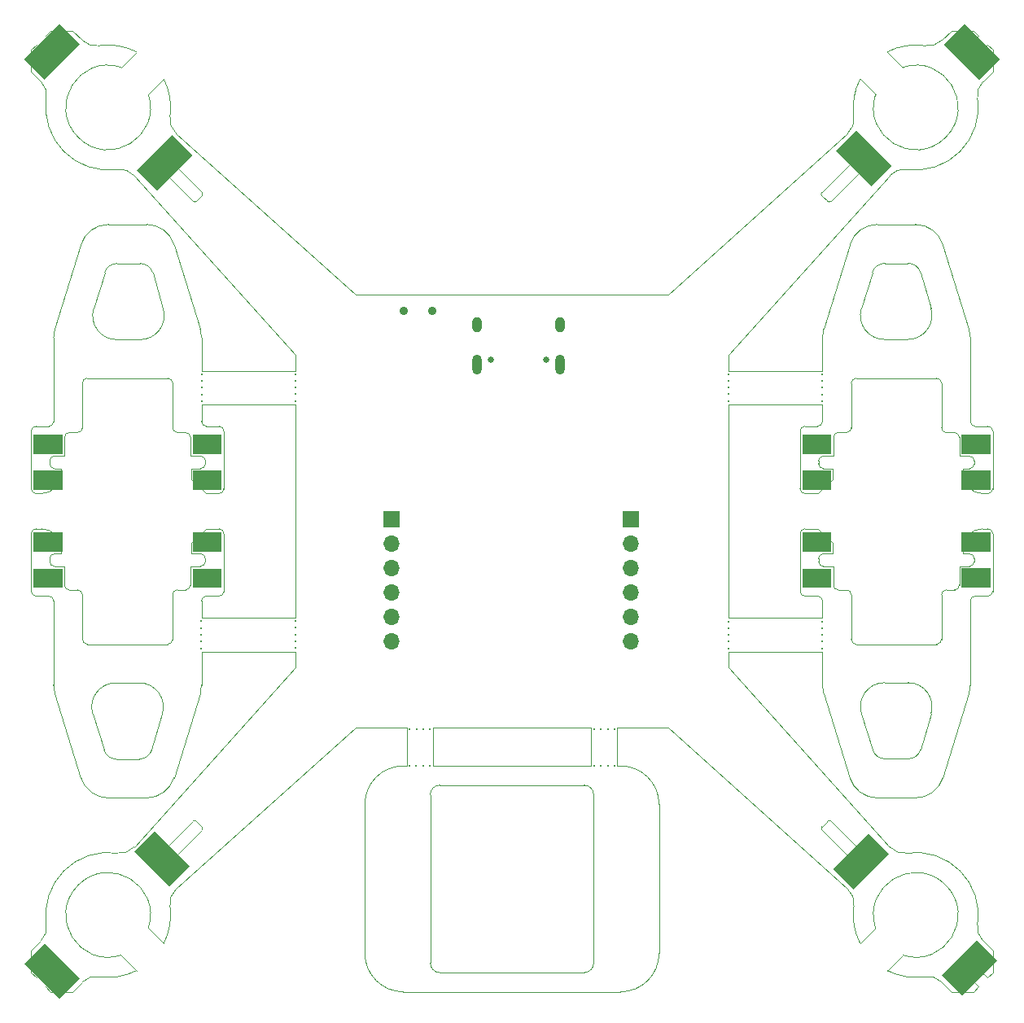
<source format=gbs>
G04 #@! TF.GenerationSoftware,KiCad,Pcbnew,8.99.0-1558-g48f6f837a1*
G04 #@! TF.CreationDate,2024-07-10T16:23:39+03:00*
G04 #@! TF.ProjectId,ESP32 drone,45535033-3220-4647-926f-6e652e6b6963,rev?*
G04 #@! TF.SameCoordinates,Original*
G04 #@! TF.FileFunction,Soldermask,Bot*
G04 #@! TF.FilePolarity,Negative*
%FSLAX46Y46*%
G04 Gerber Fmt 4.6, Leading zero omitted, Abs format (unit mm)*
G04 Created by KiCad (PCBNEW 8.99.0-1558-g48f6f837a1) date 2024-07-10 16:23:39*
%MOMM*%
%LPD*%
G01*
G04 APERTURE LIST*
%ADD10C,0.000000*%
%ADD11C,0.300000*%
%ADD12C,0.650000*%
%ADD13O,1.000000X2.100000*%
%ADD14O,1.000000X1.600000*%
%ADD15C,0.900000*%
%ADD16R,1.700000X1.700000*%
%ADD17O,1.700000X1.700000*%
G04 #@! TA.AperFunction,Profile*
%ADD18C,0.025400*%
G04 #@! TD*
G04 APERTURE END LIST*
D10*
G36*
X164090918Y-84287298D02*
G01*
X161090928Y-84287298D01*
X161090928Y-82287298D01*
X164090918Y-82287298D01*
X164090918Y-84287298D01*
G37*
G36*
X180651718Y-84306348D02*
G01*
X177651728Y-84306348D01*
X177651728Y-82306348D01*
X180651718Y-82306348D01*
X180651718Y-84306348D01*
G37*
G36*
X97673279Y-49515972D02*
G01*
X94008059Y-53179922D01*
X91885889Y-51057752D01*
X95547299Y-47398882D01*
X97673279Y-49515972D01*
G37*
G36*
X181404260Y-133254750D02*
G01*
X177742850Y-136913620D01*
X175616870Y-134796530D01*
X179282090Y-131132580D01*
X181404260Y-133254750D01*
G37*
G36*
X85969538Y-37936868D02*
G01*
X82304318Y-41600818D01*
X80182148Y-39478648D01*
X83843558Y-35819778D01*
X85969538Y-37936868D01*
G37*
G36*
X181615328Y-39483030D02*
G01*
X179498238Y-41609010D01*
X175834288Y-37943790D01*
X177956458Y-35821620D01*
X181615328Y-39483030D01*
G37*
G36*
X100691758Y-90738898D02*
G01*
X97691768Y-90738898D01*
X97691768Y-88738898D01*
X100691758Y-88738898D01*
X100691758Y-90738898D01*
G37*
G36*
X170349433Y-50564485D02*
G01*
X168232343Y-52690465D01*
X164568393Y-49025245D01*
X166690563Y-46903075D01*
X170349433Y-50564485D01*
G37*
G36*
X100691758Y-84287298D02*
G01*
X97691768Y-84287298D01*
X97691768Y-82287298D01*
X100691758Y-82287298D01*
X100691758Y-84287298D01*
G37*
G36*
X170082731Y-122174644D02*
G01*
X166421321Y-125833514D01*
X164295341Y-123716424D01*
X167960561Y-120052474D01*
X170082731Y-122174644D01*
G37*
G36*
X180651718Y-80553498D02*
G01*
X177651728Y-80553498D01*
X177651728Y-78553498D01*
X180651718Y-78553498D01*
X180651718Y-80553498D01*
G37*
G36*
X180651718Y-94466348D02*
G01*
X177651728Y-94466348D01*
X177651728Y-92466348D01*
X180651718Y-92466348D01*
X180651718Y-94466348D01*
G37*
G36*
X180651718Y-90738898D02*
G01*
X177651728Y-90738898D01*
X177651728Y-88738898D01*
X180651718Y-88738898D01*
X180651718Y-90738898D01*
G37*
G36*
X100691758Y-80553498D02*
G01*
X97691768Y-80553498D01*
X97691768Y-78553498D01*
X100691758Y-78553498D01*
X100691758Y-80553498D01*
G37*
G36*
X85983508Y-135096948D02*
G01*
X83861338Y-137219118D01*
X80202468Y-133557708D01*
X82319558Y-131431728D01*
X85983508Y-135096948D01*
G37*
G36*
X84131718Y-84287298D02*
G01*
X81131728Y-84287298D01*
X81131728Y-82287298D01*
X84131718Y-82287298D01*
X84131718Y-84287298D01*
G37*
G36*
X97406265Y-123441959D02*
G01*
X95284095Y-125564129D01*
X91625225Y-121902719D01*
X93742315Y-119776739D01*
X97406265Y-123441959D01*
G37*
G36*
X84131718Y-90738898D02*
G01*
X81131728Y-90738898D01*
X81131728Y-88738898D01*
X84131718Y-88738898D01*
X84131718Y-90738898D01*
G37*
G36*
X84131718Y-80553498D02*
G01*
X81131728Y-80553498D01*
X81131728Y-78553498D01*
X84131718Y-78553498D01*
X84131718Y-80553498D01*
G37*
G36*
X100691758Y-94472698D02*
G01*
X97691768Y-94472698D01*
X97691768Y-92472698D01*
X100691758Y-92472698D01*
X100691758Y-94472698D01*
G37*
G36*
X164090918Y-80553498D02*
G01*
X161090928Y-80553498D01*
X161090928Y-78553498D01*
X164090918Y-78553498D01*
X164090918Y-80553498D01*
G37*
G36*
X84131718Y-94472698D02*
G01*
X81131728Y-94472698D01*
X81131728Y-92472698D01*
X84131718Y-92472698D01*
X84131718Y-94472698D01*
G37*
G36*
X164090918Y-90738898D02*
G01*
X161090928Y-90738898D01*
X161090928Y-88738898D01*
X164090918Y-88738898D01*
X164090918Y-90738898D01*
G37*
G36*
X164090918Y-94472698D02*
G01*
X161090928Y-94472698D01*
X161090928Y-92472698D01*
X164090918Y-92472698D01*
X164090918Y-94472698D01*
G37*
D11*
X153400000Y-98670530D03*
X153400000Y-99373686D03*
X140856842Y-109200000D03*
X108390000Y-99343686D03*
X163190000Y-74366842D03*
X153400000Y-100076842D03*
X163190000Y-73663686D03*
X98600000Y-97964570D03*
X163190000Y-72960530D03*
X139450530Y-113010000D03*
D12*
X134460730Y-70724070D03*
X128680730Y-70724070D03*
D13*
X135890730Y-71254070D03*
D14*
X135890730Y-67074070D03*
D13*
X127250730Y-71254070D03*
D14*
X127250730Y-67074070D03*
D11*
X108340000Y-72244570D03*
X108390000Y-98640530D03*
X163200000Y-97974570D03*
X153400000Y-74336842D03*
X163200000Y-99373686D03*
X121656842Y-109200000D03*
X120953686Y-109200000D03*
X140856842Y-113010000D03*
X98600000Y-98660530D03*
D15*
X122625000Y-65675000D03*
X119625000Y-65675000D03*
D11*
X141560000Y-113010000D03*
X122350000Y-113000000D03*
X98620000Y-74366842D03*
X153400000Y-72930530D03*
X163200000Y-98670530D03*
X121646842Y-113000000D03*
X108390000Y-100750000D03*
X108340000Y-72940530D03*
X98620000Y-72960530D03*
X98620000Y-73663686D03*
X108340000Y-74346842D03*
X98620000Y-72264570D03*
X153400000Y-73633686D03*
X153400000Y-100780000D03*
X153400000Y-97974570D03*
X108390000Y-97944570D03*
X108340000Y-73643686D03*
X163200000Y-100076842D03*
X122360000Y-109200000D03*
X98620000Y-75070000D03*
X120240530Y-113000000D03*
X98600000Y-100770000D03*
X153400000Y-72234570D03*
X120943686Y-113000000D03*
X108390000Y-100046842D03*
D16*
X118358920Y-87313770D03*
D17*
X118358920Y-89853770D03*
X118358920Y-92393770D03*
X118358920Y-94933770D03*
X118358920Y-97473770D03*
X118358920Y-100013770D03*
D11*
X153400000Y-75040000D03*
X98600000Y-99363686D03*
X120250530Y-109200000D03*
X139450530Y-109200000D03*
X98600000Y-100066842D03*
X108340000Y-75050000D03*
X163200000Y-100780000D03*
X140153686Y-113010000D03*
X140153686Y-109200000D03*
X163190000Y-75070000D03*
X141560000Y-109200000D03*
X163190000Y-72264570D03*
D16*
X143302990Y-87341710D03*
D17*
X143302990Y-89881710D03*
X143302990Y-92421710D03*
X143302990Y-94961710D03*
X143302990Y-97501710D03*
X143302990Y-100041710D03*
D18*
X89744997Y-112289635D02*
G75*
G02*
X88445021Y-111346061I-19997J1339735D01*
G01*
X95102180Y-72673720D02*
G75*
G02*
X95602080Y-73173590I20J-499880D01*
G01*
X81961740Y-88343230D02*
G75*
G02*
X83961670Y-90343230I-40J-1999970D01*
G01*
X83961740Y-82673700D02*
X83961740Y-82073750D01*
X108397550Y-97616520D02*
X98602300Y-97616520D01*
X177433230Y-94193360D02*
G75*
G02*
X176933360Y-94693230I-499830J-40D01*
G01*
X97461580Y-92243400D02*
X97461580Y-94193360D01*
X81437740Y-37968170D02*
X80897480Y-38508430D01*
X83961740Y-90943430D02*
X83961740Y-90343230D01*
X97461580Y-78823570D02*
X97461580Y-80773780D01*
X167531290Y-50441860D02*
G75*
G02*
X167549544Y-50794377I-168190J-185440D01*
G01*
X82470500Y-129480560D02*
G75*
G02*
X89824572Y-122074857I6427000J972060D01*
G01*
X163283400Y-82073750D02*
G75*
G02*
X162783250Y-81573620I0J500150D01*
G01*
X146197580Y-132508500D02*
G75*
G02*
X142197590Y-136508480I-3999980J0D01*
G01*
X82811620Y-91743280D02*
X82811620Y-91443300D01*
X98602300Y-104580940D02*
X98602300Y-101116380D01*
X164070152Y-54276373D02*
G75*
G02*
X163717410Y-54258021I-167152J186373D01*
G01*
X162733230Y-84673690D02*
X164233360Y-83173570D01*
X96102170Y-78323690D02*
G75*
G02*
X95602110Y-77823570I30J500090D01*
G01*
X98467930Y-67549010D02*
G75*
G02*
X98602064Y-68435980I-2865630J-886990D01*
G01*
X98665118Y-53335878D02*
G75*
G02*
X98646740Y-53688591I-186418J-167122D01*
G01*
X176602900Y-136508490D02*
X178897540Y-136508490D01*
X180397410Y-88343230D02*
G75*
G02*
X180897570Y-88843360I-10J-500170D01*
G01*
X100425760Y-77673710D02*
X99102170Y-77673710D01*
X95183460Y-123160540D02*
G75*
G02*
X94830706Y-123142199I-167160J186440D01*
G01*
X94263720Y-122575070D02*
X94830727Y-123142180D01*
X179833270Y-84673690D02*
G75*
G02*
X177833310Y-82673700I30J1999990D01*
G01*
X81397610Y-95343220D02*
G75*
G02*
X80897680Y-94843350I-10J499920D01*
G01*
X178264570Y-134794750D02*
G75*
G02*
X178273645Y-134433005I176830J176550D01*
G01*
X153397460Y-101116380D02*
X163192720Y-101116380D01*
X83311500Y-90943430D02*
X83961740Y-90943430D01*
X81397610Y-84673690D02*
X81961740Y-84673690D01*
X108397550Y-101116380D02*
X108397550Y-102768910D01*
X82720950Y-95343220D02*
G75*
G02*
X83220980Y-95843340I-50J-500080D01*
G01*
X99011740Y-91443300D02*
X99011740Y-91743280D01*
X166692840Y-100343210D02*
G75*
G02*
X166192890Y-99843340I-40J499910D01*
G01*
X84361530Y-92243400D02*
X83311500Y-92243400D01*
X139397490Y-133508500D02*
G75*
G02*
X138397490Y-134508490I-999990J0D01*
G01*
X88932770Y-116340890D02*
G75*
G02*
X86066922Y-114227850I30J2999990D01*
G01*
X123397520Y-134508490D02*
G75*
G02*
X122397510Y-133508500I-20J999990D01*
G01*
X172862240Y-56676040D02*
X168904420Y-56676040D01*
X160869130Y-88843360D02*
X160869130Y-94843350D01*
X178573940Y-77173580D02*
X178573940Y-68435980D01*
X98602300Y-75400410D02*
X108397550Y-75400410D01*
X171974260Y-122074430D02*
G75*
G02*
X170202729Y-121433197I-285260J1979630D01*
G01*
X100925890Y-94843350D02*
G75*
G02*
X100425760Y-95343390I-500090J50D01*
G01*
X141847570Y-109008420D02*
X147157950Y-109008420D01*
X95602300Y-95193360D02*
G75*
G02*
X96102170Y-94693500I499900J-40D01*
G01*
X174470000Y-65400000D02*
G75*
G02*
X172081948Y-68639217I-2388100J-739300D01*
G01*
X172081952Y-60719530D02*
G75*
G02*
X173381999Y-61663082I20048J-1339770D01*
G01*
X175573950Y-73173590D02*
X175573950Y-77823570D01*
X82357220Y-37048950D02*
X83530440Y-38222170D01*
X95602300Y-73173590D02*
X95602300Y-77823570D01*
X83355180Y-105467910D02*
G75*
G02*
X83221048Y-104580940I2865820J887010D01*
G01*
X139397490Y-116008400D02*
X139397490Y-133508500D01*
X173392929Y-111321817D02*
G75*
G02*
X172092933Y-112265400I-1280029J396217D01*
G01*
X95102180Y-100343210D02*
X86720940Y-100343210D01*
X178483260Y-80773780D02*
G75*
G02*
X178983220Y-81273650I40J-499920D01*
G01*
X86203290Y-37519610D02*
X85192110Y-36508440D01*
X86221070Y-99843340D02*
X86221070Y-95193360D01*
X100425760Y-77673710D02*
G75*
G02*
X100925690Y-78173580I40J-499890D01*
G01*
X179833270Y-84673690D02*
X180397410Y-84673690D01*
X86720940Y-72673720D02*
X95102180Y-72673720D01*
X166692840Y-72673720D02*
X175073820Y-72673720D01*
X85720940Y-94693230D02*
G75*
G02*
X86221070Y-95193360I-40J-500170D01*
G01*
X89780000Y-68659870D02*
G75*
G02*
X87391948Y-65420705I0J2499870D01*
G01*
X108397550Y-75400410D02*
X108397550Y-97616520D01*
X98602300Y-101116380D02*
X108397550Y-101116380D01*
X86221070Y-77823570D02*
X86221070Y-73173590D01*
X87925410Y-38081460D02*
G75*
G02*
X91858619Y-38722012I972090J-6426940D01*
G01*
X83221070Y-77173580D02*
G75*
G02*
X82720950Y-77673770I-500170J-20D01*
G01*
X167531290Y-50441860D02*
G75*
G02*
X166964112Y-49874679I5365910J5933060D01*
G01*
X89839997Y-60740235D02*
X92230004Y-60740235D01*
X180357020Y-135048750D02*
X180897530Y-134508490D01*
X89820750Y-50942490D02*
G75*
G02*
X91592293Y-51583711I285250J-1979710D01*
G01*
X84361530Y-80773780D02*
X84361530Y-78823570D01*
X177833280Y-90343230D02*
X177833280Y-90943430D01*
X153397460Y-75400410D02*
X163192720Y-75400410D01*
X99011740Y-81573620D02*
G75*
G02*
X98511620Y-82073740I-500140J20D01*
G01*
X108397550Y-102768910D02*
X91592150Y-121433080D01*
X97461580Y-94193360D02*
G75*
G02*
X96961710Y-94693280I-499880J-40D01*
G01*
X178573940Y-104580940D02*
X178573940Y-95843340D01*
X98511620Y-92243400D02*
X97461580Y-92243400D01*
X163192720Y-68435980D02*
G75*
G02*
X163326843Y-67549014I2999980J-20D01*
G01*
X95183510Y-123160585D02*
X98661496Y-119677256D01*
X163192720Y-97616520D02*
X153397460Y-97616520D01*
X82471520Y-129485900D02*
G75*
G02*
X81908689Y-131202719I-1977120J-302500D01*
G01*
X91592150Y-121433080D02*
G75*
G02*
X89820779Y-122074233I-1486150J1338380D01*
G01*
X141847570Y-113008410D02*
X141847570Y-109008420D01*
X122397520Y-116008400D02*
G75*
G02*
X123397520Y-115008420I999980J0D01*
G01*
X179183800Y-133875530D02*
X180357020Y-135048750D01*
X84361530Y-78823570D02*
G75*
G02*
X84861660Y-78323430I500170J-30D01*
G01*
X83530440Y-134795010D02*
X82357220Y-135968230D01*
X99061530Y-84673690D02*
X100425760Y-84673690D01*
X82811620Y-81273650D02*
G75*
G02*
X83311500Y-80773720I499880J50D01*
G01*
X168391949Y-61663098D02*
G75*
G02*
X169691944Y-60719580I1279951J-396202D01*
G01*
X85720940Y-94693230D02*
X84861660Y-94693230D01*
X94618052Y-65420705D02*
X93530000Y-61683803D01*
X164233360Y-89843360D02*
X162733230Y-88343230D01*
X164233360Y-82073750D02*
X163283400Y-82073750D01*
X98511620Y-82073750D02*
X97561660Y-82073750D01*
X82811620Y-81573620D02*
X82811620Y-81273650D01*
X98643256Y-119324741D02*
X98076249Y-118757631D01*
X179437800Y-135968230D02*
X178264570Y-134795010D01*
X82720950Y-77673710D02*
X81397610Y-77673710D01*
X168711880Y-43151300D02*
X167110160Y-41549570D01*
X80897480Y-78173580D02*
G75*
G02*
X81397610Y-77673480I500120J-20D01*
G01*
X163192720Y-75400410D02*
X163192720Y-77173580D01*
X162783270Y-91743280D02*
X162783270Y-91443300D01*
X180897530Y-134508490D02*
X180897530Y-132213860D01*
X169691945Y-60719530D02*
X172081952Y-60719530D01*
X166192710Y-99843340D02*
X166192710Y-95193360D01*
X122647460Y-109008420D02*
X122647460Y-113008410D01*
X165822130Y-125813820D02*
G75*
G02*
X166463325Y-127585197I-1338330J-1486180D01*
G01*
X164333430Y-80773780D02*
X164333430Y-78823570D01*
X176933360Y-78323690D02*
G75*
G02*
X177433310Y-78823570I40J-499910D01*
G01*
X179886360Y-131202680D02*
G75*
G02*
X179323542Y-129485906I1414240J1414280D01*
G01*
X94684850Y-41549570D02*
X93082880Y-43151300D01*
X170202860Y-121433080D02*
X153397460Y-102768910D01*
X178983390Y-81573620D02*
G75*
G02*
X178483260Y-82073690I-500090J20D01*
G01*
X80897480Y-88843360D02*
X80897480Y-94843350D01*
X166192710Y-77823570D02*
X166192710Y-73173590D01*
X97561660Y-83173570D02*
X99061530Y-84673690D01*
X119947440Y-109008420D02*
X119947440Y-113008410D01*
X171540430Y-132693920D02*
X169938450Y-134295900D01*
X94830900Y-49874680D02*
G75*
G02*
X94267926Y-50436653I-5925200J5372780D01*
G01*
X81961740Y-88343230D02*
X81397610Y-88343230D01*
X146197580Y-132508500D02*
X146197580Y-117008400D01*
X165692840Y-94693230D02*
X164833300Y-94693230D01*
X179437800Y-37048950D02*
X178897540Y-36508440D01*
X162692850Y-95343220D02*
G75*
G02*
X163192880Y-95843340I-50J-500080D01*
G01*
X167110162Y-131467609D02*
G75*
G02*
X166463985Y-127581411I5787338J2959109D01*
G01*
X87920070Y-38082470D02*
G75*
G02*
X86203265Y-37519635I-302470J1977170D01*
G01*
X161369250Y-84673690D02*
X162733230Y-84673690D01*
X98511620Y-90943430D02*
G75*
G02*
X99011470Y-91443300I-20J-499870D01*
G01*
X99102170Y-95343220D02*
X100425760Y-95343220D01*
X99011740Y-91743280D02*
G75*
G02*
X98511620Y-92243440I-500140J-20D01*
G01*
X85192110Y-36508440D02*
X82897480Y-36508440D01*
X165822130Y-47203110D02*
X147157950Y-64008510D01*
X87296948Y-107609165D02*
X88445001Y-111346067D01*
X177433230Y-92243400D02*
X177433230Y-94193360D01*
X142197590Y-113008410D02*
G75*
G02*
X146197590Y-117008400I10J-3999990D01*
G01*
X166038790Y-58789060D02*
G75*
G02*
X168904420Y-56676269I2865610J-886940D01*
G01*
X168904420Y-116340890D02*
X172862240Y-116340890D01*
X163192720Y-68435980D02*
X163192720Y-71900540D01*
X82897480Y-36508440D02*
X82357220Y-37048950D01*
X93082110Y-43148760D02*
G75*
G02*
X90249788Y-40321395I-4184650J-1359660D01*
G01*
X81908650Y-131202680D02*
X80897480Y-132213860D01*
X88540001Y-61683803D02*
G75*
G02*
X89839997Y-60740235I1279999J-396197D01*
G01*
X80897480Y-78173580D02*
X80897480Y-84173570D01*
X167549640Y-122222455D02*
X164066311Y-118744469D01*
X87391948Y-65420705D02*
X88540001Y-61683803D01*
X84361530Y-94193360D02*
X84361530Y-92243400D01*
X166192710Y-77823570D02*
G75*
G02*
X165692840Y-78323510I-499910J-30D01*
G01*
X163192720Y-101116380D02*
X163192720Y-104580940D01*
X175573950Y-95193360D02*
X175573950Y-99843340D01*
X123247410Y-64008510D02*
X138547610Y-64008510D01*
X153397460Y-71900540D02*
X153397460Y-70248020D01*
X88932770Y-116340890D02*
X92890340Y-116340890D01*
X167549330Y-122222510D02*
G75*
G02*
X167531050Y-122575055I-186230J-167090D01*
G01*
X171981630Y-122073420D02*
G75*
G02*
X179322745Y-129491742I915970J-6435080D01*
G01*
X83355180Y-105467910D02*
X86066890Y-114228120D01*
X95972890Y-125813820D02*
X114637060Y-109008420D01*
X83961740Y-82673700D02*
G75*
G02*
X81961740Y-84673740I-2000040J0D01*
G01*
X83311500Y-82073750D02*
G75*
G02*
X82811350Y-81573620I0J500150D01*
G01*
X94830900Y-49874680D02*
G75*
G02*
X95183388Y-49856470I185400J-168120D01*
G01*
X162783270Y-81273650D02*
G75*
G02*
X163283400Y-80773570I500130J-50D01*
G01*
X177833280Y-90343230D02*
G75*
G02*
X179833270Y-88343180I2000020J30D01*
G01*
X178573940Y-104580940D02*
G75*
G02*
X178439814Y-105467905I-3000040J40D01*
G01*
X92890340Y-56676040D02*
X88932770Y-56676040D01*
X84861660Y-94693230D02*
G75*
G02*
X84361870Y-94193360I40J499830D01*
G01*
X122647460Y-113008410D02*
X139147550Y-113008410D01*
X81397610Y-84673690D02*
G75*
G02*
X80897510Y-84173570I-10J500090D01*
G01*
X97561660Y-90943430D02*
X98511620Y-90943430D01*
X169702926Y-112265385D02*
X172092933Y-112265385D01*
X81397610Y-95343220D02*
X82720950Y-95343220D01*
X119597430Y-136508490D02*
X142197590Y-136508490D01*
X178983390Y-91443300D02*
X178983390Y-91743280D01*
X163283400Y-90943430D02*
X164233360Y-90943430D01*
X177433230Y-80773780D02*
X178483260Y-80773780D01*
X167243896Y-65400000D02*
X168391949Y-61663098D01*
X177833280Y-90943430D02*
X178483260Y-90943430D01*
X83221070Y-95843340D02*
X83221070Y-104580940D01*
X98602300Y-71900540D02*
X98602300Y-68435980D01*
X90254590Y-40323010D02*
X91856560Y-38721030D01*
X160869130Y-88843360D02*
G75*
G02*
X161369250Y-88343230I500170J-40D01*
G01*
X180897530Y-94843350D02*
G75*
G02*
X180397410Y-95343430I-500130J50D01*
G01*
X98643256Y-119324741D02*
G75*
G02*
X98661521Y-119677278I-168256J-185459D01*
G01*
X171537890Y-40323770D02*
G75*
G02*
X168710544Y-43156180I1359710J-4184630D01*
G01*
X82971140Y-39134800D02*
G75*
G02*
X83523847Y-38582097I5926260J-5373600D01*
G01*
X138397490Y-115008410D02*
G75*
G02*
X139397490Y-116008400I10J-999990D01*
G01*
X83526630Y-38218110D02*
G75*
G02*
X83521602Y-38584177I-173130J-180690D01*
G01*
X163151814Y-53692484D02*
X163718821Y-54259594D01*
X108397550Y-70248020D02*
X108397550Y-71900540D01*
X83311500Y-80773780D02*
X84361530Y-80773780D01*
X166964110Y-123142250D02*
G75*
G02*
X166611620Y-123160474I-185410J168150D01*
G01*
X178983390Y-91743280D02*
G75*
G02*
X178483260Y-92243390I-500090J-20D01*
G01*
X178983390Y-81273650D02*
X178983390Y-81573620D01*
X163713796Y-118762709D02*
G75*
G02*
X164066285Y-118744498I185404J-168191D01*
G01*
X80897480Y-40803070D02*
X81908650Y-41814240D01*
X83523840Y-134434830D02*
G75*
G02*
X82971137Y-133882134I5373660J5926430D01*
G01*
X178573940Y-95843340D02*
G75*
G02*
X179073810Y-95343440I499860J40D01*
G01*
X163151814Y-53692484D02*
G75*
G02*
X163133624Y-53340014I168186J185384D01*
G01*
X92135000Y-104370000D02*
X89685000Y-104370000D01*
X179886360Y-41814240D02*
X180897530Y-40803070D01*
X97561660Y-82073750D02*
X97561660Y-83173570D01*
X97461580Y-80773780D02*
X98511620Y-80773780D01*
X95756230Y-114227860D02*
G75*
G02*
X92890340Y-116340942I-2865930J886960D01*
G01*
X94245430Y-50794410D02*
G75*
G02*
X94263687Y-50441824I186470J167110D01*
G01*
X179073810Y-77673710D02*
G75*
G02*
X178573690Y-77173580I-10J500110D01*
G01*
X100925890Y-84173570D02*
G75*
G02*
X100425760Y-84673690I-500090J-30D01*
G01*
X83311500Y-92243400D02*
G75*
G02*
X82811400Y-91743280I0J500100D01*
G01*
X180897530Y-84173570D02*
G75*
G02*
X180397410Y-84673730I-500130J-30D01*
G01*
X170202860Y-51583840D02*
G75*
G02*
X171974231Y-50942689I1486140J-1338360D01*
G01*
X114637060Y-64008510D02*
X95972890Y-47203110D01*
X178264570Y-38222170D02*
X179437800Y-37048950D01*
X162783270Y-91443300D02*
G75*
G02*
X163283400Y-90943170I500130J0D01*
G01*
X83961740Y-82073750D02*
X83311500Y-82073750D01*
X178271155Y-38582107D02*
G75*
G02*
X178821809Y-39132547I-5373455J-5926193D01*
G01*
X176073820Y-78323690D02*
X176933360Y-78323690D01*
X169702926Y-112265385D02*
G75*
G02*
X168402889Y-111321830I-20026J1339785D01*
G01*
X122397520Y-133508500D02*
X122397520Y-116008400D01*
X97724918Y-118740852D02*
G75*
G02*
X98077690Y-118759177I167182J-186348D01*
G01*
X161369250Y-95343220D02*
X162692850Y-95343220D01*
X163283400Y-92243400D02*
G75*
G02*
X162783300Y-91743280I0J500100D01*
G01*
X98602300Y-97616520D02*
X98602300Y-95843340D01*
X98602300Y-77173580D02*
X98602300Y-75400410D01*
X95331540Y-127585220D02*
G75*
G02*
X95972790Y-125813708I1979660J285220D01*
G01*
X178273460Y-38584120D02*
G75*
G02*
X178264661Y-38222261I167940J185120D01*
G01*
X169938450Y-38721030D02*
X171540430Y-40323010D01*
X178483260Y-90943430D02*
G75*
G02*
X178983170Y-91443300I40J-499870D01*
G01*
X164333430Y-78823570D02*
G75*
G02*
X164833300Y-78323730I499870J-30D01*
G01*
X92135000Y-104370000D02*
G75*
G02*
X94523089Y-107609177I0J-2499900D01*
G01*
X163129907Y-119681047D02*
G75*
G02*
X163148263Y-119328309I186393J167147D01*
G01*
X175073820Y-100343210D02*
X166692840Y-100343210D01*
X177433230Y-78823570D02*
X177433230Y-80773780D01*
X180397410Y-77673710D02*
X179073810Y-77673710D01*
X115597440Y-117008400D02*
G75*
G02*
X119597430Y-113008440I3999960J0D01*
G01*
X153397460Y-97616520D02*
X153397460Y-75400410D01*
X178821850Y-133884420D02*
G75*
G02*
X179183741Y-133875589I185150J-167880D01*
G01*
X98602300Y-104580940D02*
G75*
G02*
X98468150Y-105467977I-3000000J40D01*
G01*
X86221070Y-73173590D02*
G75*
G02*
X86720940Y-72673770I499830J-10D01*
G01*
X164833300Y-94693230D02*
G75*
G02*
X164333470Y-94193360I0J499830D01*
G01*
X82611220Y-133875530D02*
G75*
G02*
X82972888Y-133884675I176480J-176770D01*
G01*
X147157950Y-109008420D02*
X165822130Y-125813820D01*
X161369250Y-84673690D02*
G75*
G02*
X160869210Y-84173570I50J500090D01*
G01*
X98081229Y-54254216D02*
G75*
G02*
X97728718Y-54272451I-185429J168216D01*
G01*
X86066890Y-58789060D02*
G75*
G02*
X88932770Y-56676194I2865910J-887240D01*
G01*
X100425760Y-88343230D02*
X99061530Y-88343230D01*
X164233360Y-83173570D02*
X164233360Y-82073750D01*
X167254877Y-107584915D02*
X168402930Y-111321817D01*
X92230000Y-68659870D02*
X89780000Y-68659870D01*
X93082880Y-129865630D02*
X94684850Y-131467610D01*
X175573950Y-95193360D02*
G75*
G02*
X176073820Y-94693550I499850J-40D01*
G01*
X165692840Y-94693230D02*
G75*
G02*
X166192970Y-95193360I-40J-500170D01*
G01*
X163192720Y-77173580D02*
G75*
G02*
X162692850Y-77673520I-499920J-20D01*
G01*
X86203290Y-135497320D02*
G75*
G02*
X87920065Y-134934487I1414310J-1414280D01*
G01*
X166611560Y-49856640D02*
X163133574Y-53339969D01*
X91856560Y-134295900D02*
X90254590Y-132693920D01*
X94618052Y-65420705D02*
G75*
G02*
X92230000Y-68659870I-2388052J-739295D01*
G01*
X97724918Y-118740852D02*
X94245480Y-122222555D01*
X179324510Y-43536620D02*
G75*
G02*
X171970446Y-50942014I-6427010J-971780D01*
G01*
X95331540Y-127585220D02*
G75*
G02*
X94683787Y-131469614I-6434040J-923280D01*
G01*
X99061530Y-88343230D02*
X97561660Y-89843360D01*
X94263720Y-122575070D02*
G75*
G02*
X94245440Y-122222519I168180J185470D01*
G01*
X82897480Y-136508490D02*
X85192110Y-136508490D01*
X139147550Y-109008420D02*
X122647460Y-109008420D01*
X172092929Y-104345750D02*
X169642929Y-104345750D01*
X161369250Y-95343220D02*
G75*
G02*
X160869480Y-94843350I50J499820D01*
G01*
X119597430Y-136508490D02*
G75*
G02*
X115597410Y-132508500I-30J3999990D01*
G01*
X180397410Y-77673710D02*
G75*
G02*
X180897290Y-78173580I-10J-499890D01*
G01*
X89744997Y-112289635D02*
X92135004Y-112289635D01*
X108397550Y-71900540D02*
X98602300Y-71900540D01*
X80897480Y-134508490D02*
X81437740Y-135048750D01*
X175573950Y-99843340D02*
G75*
G02*
X175073820Y-100343450I-500150J40D01*
G01*
X94683840Y-41547540D02*
G75*
G02*
X95330921Y-45435504I-5786340J-2960860D01*
G01*
X86221070Y-77823570D02*
G75*
G02*
X85720940Y-78323770I-500170J-30D01*
G01*
X98081229Y-54254216D02*
X98648339Y-53687209D01*
X98511620Y-80773780D02*
G75*
G02*
X99011420Y-81273650I-20J-499820D01*
G01*
X172862240Y-56676040D02*
G75*
G02*
X175728236Y-58788946I-40J-3000260D01*
G01*
X175591730Y-135497320D02*
X176602900Y-136508490D01*
X163713796Y-118762709D02*
X163146686Y-119329716D01*
X95756230Y-114228120D02*
X98467930Y-105467910D01*
X153397460Y-102768910D02*
X153397460Y-101116380D01*
X179323500Y-43531030D02*
G75*
G02*
X179886317Y-41814197I1977100J302530D01*
G01*
X163283400Y-80773780D02*
X164333430Y-80773780D01*
X98602300Y-95843340D02*
G75*
G02*
X99102170Y-95343400I499900J40D01*
G01*
X82357220Y-135968230D02*
X82897480Y-136508490D01*
X166192710Y-73173590D02*
G75*
G02*
X166692840Y-72673510I500090J-10D01*
G01*
X163326830Y-105467910D02*
G75*
G02*
X163192700Y-104580940I2865870J887010D01*
G01*
X175727870Y-114228120D02*
X178439830Y-105467910D01*
X99011740Y-81273650D02*
X99011740Y-81573620D01*
X163192720Y-71900540D02*
X153397460Y-71900540D01*
X81437740Y-135048750D02*
X82610960Y-133875530D01*
X162692850Y-77673710D02*
X161369250Y-77673710D01*
X180897530Y-132213860D02*
X179886360Y-131202680D01*
X178483260Y-82073750D02*
X177833280Y-82073750D01*
X180897530Y-84173570D02*
X180897530Y-78173580D01*
X86720940Y-100343210D02*
G75*
G02*
X86220990Y-99843340I-40J499910D01*
G01*
X96961710Y-94693230D02*
X96102170Y-94693230D01*
X173874940Y-134934450D02*
G75*
G02*
X175591806Y-135497244I302560J-1977150D01*
G01*
X83521550Y-134432800D02*
G75*
G02*
X83530638Y-134794948I-167850J-185400D01*
G01*
X180897530Y-94843350D02*
X180897530Y-88843360D01*
X177833280Y-82073750D02*
X177833280Y-82673700D01*
X81908650Y-41814240D02*
G75*
G02*
X82471447Y-43531019I-1414250J-1414260D01*
G01*
X97561660Y-89843360D02*
X97561660Y-90943430D01*
X175727870Y-114227860D02*
G75*
G02*
X172862240Y-116340694I-2865670J886960D01*
G01*
X172092929Y-104345750D02*
G75*
G02*
X174480930Y-107584899I-29J-2499850D01*
G01*
X175591730Y-37519610D02*
G75*
G02*
X173874943Y-38082450I-1414330J1414310D01*
G01*
X142197590Y-113008410D02*
X141847570Y-113008410D01*
X90257130Y-132693160D02*
G75*
G02*
X93084497Y-129860831I-1359670J4184660D01*
G01*
X147157950Y-64008510D02*
X138547610Y-64008510D01*
X163129907Y-119681047D02*
X166611610Y-123160485D01*
X82610960Y-39141400D02*
X81437740Y-37968170D01*
X178439830Y-67549010D02*
G75*
G02*
X178573955Y-68435980I-2865830J-886990D01*
G01*
X115597440Y-117008400D02*
X115597440Y-132508500D01*
X139147550Y-113008410D02*
X139147550Y-109008420D01*
X92890340Y-56676040D02*
G75*
G02*
X95756248Y-58789054I60J-2999960D01*
G01*
X94523052Y-107609165D02*
X93435000Y-111346067D01*
X87296948Y-107609165D02*
G75*
G02*
X89685000Y-104370039I2388052J739265D01*
G01*
X173869350Y-134935470D02*
G75*
G02*
X169936412Y-134294897I-971850J6426970D01*
G01*
X153397460Y-70248020D02*
X170202860Y-51583840D01*
X83221070Y-68435980D02*
G75*
G02*
X83355191Y-67549013I3000030J-20D01*
G01*
X123397520Y-115008410D02*
X138397490Y-115008410D01*
X93435000Y-111346067D02*
G75*
G02*
X92135004Y-112289657I-1280000J396167D01*
G01*
X164833300Y-78323690D02*
X165692840Y-78323690D01*
X180897530Y-38508430D02*
X180357020Y-37968170D01*
X95972890Y-47203110D02*
G75*
G02*
X95331662Y-45431728I1338310J1486210D01*
G01*
X179073810Y-95343220D02*
X180397410Y-95343220D01*
X169946580Y-38716970D02*
G75*
G02*
X173880769Y-38083311I2950920J-5791430D01*
G01*
X178483260Y-92243400D02*
X177433230Y-92243400D01*
X92230004Y-60740235D02*
G75*
G02*
X93529999Y-61683803I19996J-1339765D01*
G01*
X166038790Y-58789060D02*
X163326830Y-67549010D01*
X86066890Y-58789060D02*
X83355180Y-67549010D01*
X163192720Y-95843340D02*
X163192720Y-97616520D01*
X96961710Y-78323690D02*
G75*
G02*
X97461610Y-78823570I-10J-499910D01*
G01*
X174470000Y-65400000D02*
X173381948Y-61663098D01*
X99102170Y-77673710D02*
G75*
G02*
X98602090Y-77173580I30J500110D01*
G01*
X84861660Y-78323690D02*
X85720940Y-78323690D01*
X100425760Y-88343230D02*
G75*
G02*
X100925970Y-88843360I40J-500170D01*
G01*
X95602300Y-99843340D02*
G75*
G02*
X95102180Y-100343400I-500100J40D01*
G01*
X100925890Y-84173570D02*
X100925890Y-78173580D01*
X85192110Y-136508490D02*
X86203290Y-135497320D01*
X175073820Y-72673720D02*
G75*
G02*
X175573680Y-73173590I-20J-499880D01*
G01*
X123247410Y-64008510D02*
X114637060Y-64008510D01*
X95602300Y-95193360D02*
X95602300Y-99843340D01*
X162783270Y-81573620D02*
X162783270Y-81273650D01*
X179183800Y-39141400D02*
G75*
G02*
X178821787Y-39132567I-176800J176800D01*
G01*
X119947440Y-113008410D02*
X119597430Y-113008410D01*
X164333430Y-92243400D02*
X163283400Y-92243400D01*
X168712900Y-129868170D02*
G75*
G02*
X171545005Y-132695424I4184600J1359670D01*
G01*
X174480981Y-107584915D02*
X173392929Y-111321817D01*
X166611560Y-49856640D02*
G75*
G02*
X166964036Y-49874747I167140J-186160D01*
G01*
X100925890Y-94843350D02*
X100925890Y-88843360D01*
X80897480Y-132213860D02*
X80897480Y-134508490D01*
X80897480Y-38508430D02*
X80897480Y-40803070D01*
X176602900Y-36508440D02*
X175591730Y-37519610D01*
X172081948Y-68639165D02*
X169631948Y-68639165D01*
X164233360Y-90943430D02*
X164233360Y-89843360D01*
X164333430Y-94193360D02*
X164333430Y-92243400D01*
X80897480Y-88843360D02*
G75*
G02*
X81397610Y-88343280I500120J-40D01*
G01*
X98467930Y-67549010D02*
X95756230Y-58789060D01*
X169631948Y-68639165D02*
G75*
G02*
X167243858Y-65399988I-48J2499865D01*
G01*
X180897530Y-40803070D02*
X180897530Y-38508430D01*
X138397490Y-134508490D02*
X123397520Y-134508490D01*
X114637060Y-109008420D02*
X119947440Y-109008420D01*
X164070152Y-54276373D02*
X167549590Y-50794670D01*
X178897540Y-136508490D02*
X179437800Y-135968230D01*
X96102170Y-78323690D02*
X96961710Y-78323690D01*
X160869130Y-78173580D02*
G75*
G02*
X161369250Y-77673430I500170J-20D01*
G01*
X163326830Y-105467910D02*
X166038790Y-114228120D01*
X176933360Y-94693230D02*
X176073820Y-94693230D01*
X91592150Y-51583840D02*
X108397550Y-70248020D01*
X180397410Y-88343230D02*
X179833270Y-88343230D01*
X83221070Y-68435980D02*
X83221070Y-77173580D01*
X162733230Y-88343230D02*
X161369250Y-88343230D01*
X89813390Y-50943760D02*
G75*
G02*
X82472085Y-43525160I-915890J6435360D01*
G01*
X91848440Y-134299960D02*
G75*
G02*
X87914240Y-134933627I-2950940J5791460D01*
G01*
X160869130Y-78173580D02*
X160869130Y-84173570D01*
X98665118Y-53335878D02*
X95183415Y-49856440D01*
X166463980Y-45435520D02*
G75*
G02*
X167111075Y-41547486I6433520J927120D01*
G01*
X167110161Y-131467610D02*
X168711880Y-129865630D01*
X176073820Y-78323690D02*
G75*
G02*
X175573710Y-77823570I-20J500090D01*
G01*
X94245385Y-50794470D02*
X97728714Y-54272456D01*
X167254877Y-107584915D02*
G75*
G02*
X169642929Y-104345752I2388023J739315D01*
G01*
X178897540Y-36508440D02*
X176602900Y-36508440D01*
X180357020Y-37968170D02*
X179183800Y-39141400D01*
X166463979Y-45435520D02*
G75*
G02*
X165822245Y-47203239I-1980179J-281480D01*
G01*
X82811620Y-91443300D02*
G75*
G02*
X83311500Y-90943420I499880J0D01*
G01*
X167531095Y-122575105D02*
X166964110Y-123142250D01*
X82973170Y-39132510D02*
G75*
G02*
X82611054Y-39141566I-185370J167910D01*
G01*
X178439830Y-67549010D02*
X175727870Y-58789060D01*
X178823880Y-133882130D02*
G75*
G02*
X178271172Y-134434832I-5926280J5373630D01*
G01*
X168904420Y-116340890D02*
G75*
G02*
X166038548Y-114227935I-20J2999990D01*
G01*
M02*

</source>
